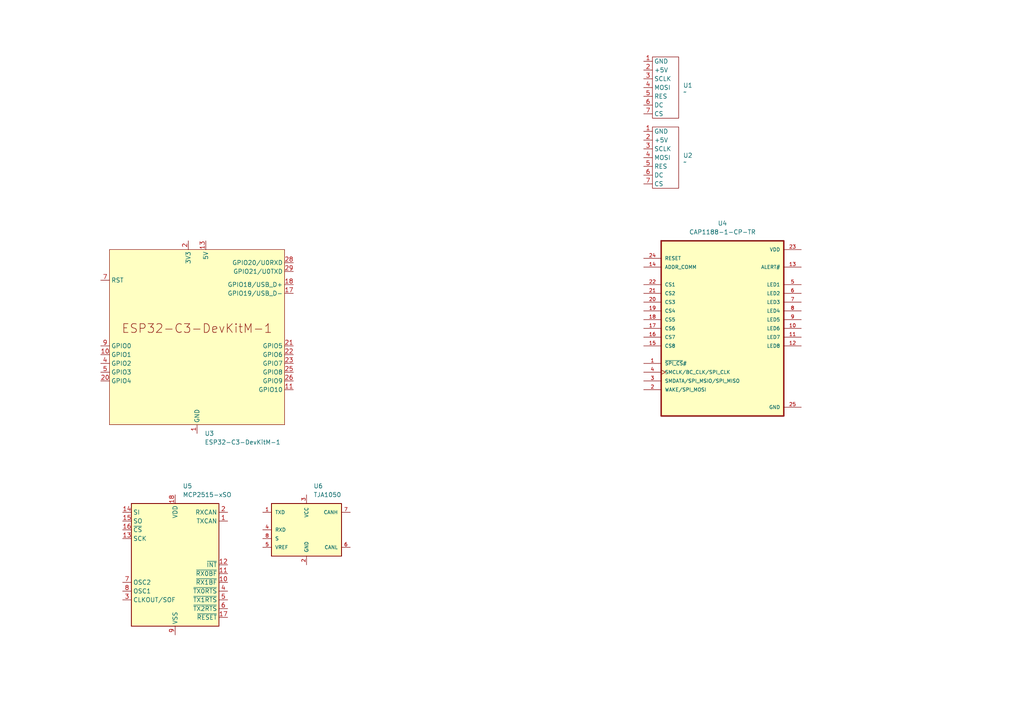
<source format=kicad_sch>
(kicad_sch (version 20231120) (generator "eeschema") (generator_version "8.0")
  (paper "A4")
  (lib_symbols
    (symbol "CAP1188:CAP1188-1-CP-TR" (pin_names (offset 1.016))
      (property "Reference" "U" (at -17.8046 26.422 0))
      (property "Value" "CAP1188-1-CP-TR" (at -17.866 -29.4938 0))
      (symbol "CAP1188-1-CP-TR_0_0"
        (rectangle (start -17.78 -25.4) (end 17.78 25.4) (stroke (width 0.41)) (fill (type background)))
        (pin input line (at -22.86 -10.16 0) (length 5.08) (name "~{SPI_CS}#") (number "1"))
        (pin output line (at 22.86 0 180) (length 5.08) (name "LED6") (number "10"))
        (pin output line (at 22.86 -2.54 180) (length 5.08) (name "LED7") (number "11"))
        (pin output line (at 22.86 -5.08 180) (length 5.08) (name "LED8") (number "12"))
        (pin output line (at 22.86 17.78 180) (length 5.08) (name "ALERT#") (number "13"))
        (pin input line (at -22.86 17.78 0) (length 5.08) (name "ADDR_COMM") (number "14"))
        (pin bidirectional line (at -22.86 -5.08 0) (length 5.08) (name "CS8") (number "15"))
        (pin bidirectional line (at -22.86 -2.54 0) (length 5.08) (name "CS7") (number "16"))
        (pin bidirectional line (at -22.86 0 0) (length 5.08) (name "CS6") (number "17"))
        (pin bidirectional line (at -22.86 2.54 0) (length 5.08) (name "CS5") (number "18"))
        (pin bidirectional line (at -22.86 5.08 0) (length 5.08) (name "CS4") (number "19"))
        (pin bidirectional line (at -22.86 -17.78 0) (length 5.08) (name "WAKE/SPI_MOSI") (number "2"))
        (pin bidirectional line (at -22.86 7.62 0) (length 5.08) (name "CS3") (number "20"))
        (pin bidirectional line (at -22.86 10.16 0) (length 5.08) (name "CS2") (number "21"))
        (pin bidirectional line (at -22.86 12.7 0) (length 5.08) (name "CS1") (number "22"))
        (pin power_in line (at 22.86 22.86 180) (length 5.08) (name "VDD") (number "23"))
        (pin input line (at -22.86 20.32 0) (length 5.08) (name "RESET") (number "24"))
        (pin power_in line (at 22.86 -22.86 180) (length 5.08) (name "GND") (number "25"))
        (pin bidirectional line (at -22.86 -15.24 0) (length 5.08) (name "SMDATA/SPI_MSIO/SPI_MISO") (number "3"))
        (pin input clock (at -22.86 -12.7 0) (length 5.08) (name "SMCLK/BC_CLK/SPI_CLK") (number "4"))
        (pin output line (at 22.86 12.7 180) (length 5.08) (name "LED1") (number "5"))
        (pin output line (at 22.86 10.16 180) (length 5.08) (name "LED2") (number "6"))
        (pin output line (at 22.86 7.62 180) (length 5.08) (name "LED3") (number "7"))
        (pin output line (at 22.86 5.08 180) (length 5.08) (name "LED4") (number "8"))
        (pin output line (at 22.86 2.54 180) (length 5.08) (name "LED5") (number "9"))
      )
    )
    (symbol "Interface_CAN_LIN:MCP2515-xSO"
      (property "Reference" "U" (at -10.16 19.685 0))
      (property "Value" "MCP2515-xSO" (at 19.05 20.32 0))
      (symbol "MCP2515-xSO_0_1"
        (rectangle (start -12.7 17.78) (end 12.7 -17.78) (stroke (width 0.254)) (fill (type background)))
      )
      (symbol "MCP2515-xSO_1_1"
        (pin output line (at 15.24 12.7 180) (length 2.54) (name "TXCAN") (number "1"))
        (pin output line (at 15.24 -5.08 180) (length 2.54) (name "~{RX1BF}") (number "10"))
        (pin output line (at 15.24 -2.54 180) (length 2.54) (name "~{RX0BF}") (number "11"))
        (pin output line (at 15.24 0 180) (length 2.54) (name "~{INT}") (number "12"))
        (pin input line (at -15.24 7.62 0) (length 2.54) (name "SCK") (number "13"))
        (pin input line (at -15.24 15.24 0) (length 2.54) (name "SI") (number "14"))
        (pin output line (at -15.24 12.7 0) (length 2.54) (name "SO") (number "15"))
        (pin input line (at -15.24 10.16 0) (length 2.54) (name "~{CS}") (number "16"))
        (pin input line (at 15.24 -15.24 180) (length 2.54) (name "~{RESET}") (number "17"))
        (pin power_in line (at 0 20.32 270) (length 2.54) (name "VDD") (number "18"))
        (pin input line (at 15.24 15.24 180) (length 2.54) (name "RXCAN") (number "2"))
        (pin output line (at -15.24 -10.16 0) (length 2.54) (name "CLKOUT/SOF") (number "3"))
        (pin input line (at 15.24 -7.62 180) (length 2.54) (name "~{TX0RTS}") (number "4"))
        (pin input line (at 15.24 -10.16 180) (length 2.54) (name "~{TX1RTS}") (number "5"))
        (pin input line (at 15.24 -12.7 180) (length 2.54) (name "~{TX2RTS}") (number "6"))
        (pin output line (at -15.24 -5.08 0) (length 2.54) (name "OSC2") (number "7"))
        (pin input line (at -15.24 -7.62 0) (length 2.54) (name "OSC1") (number "8"))
        (pin power_in line (at 0 -20.32 90) (length 2.54) (name "VSS") (number "9"))
      )
    )
    (symbol "PCM_Espressif:ESP32-C3-DevKitM-1"
      (property "Reference" "U" (at -25.4 30.48 0))
      (property "Value" "ESP32-C3-DevKitM-1" (at -25.4 27.94 0))
      (symbol "ESP32-C3-DevKitM-1_0_1"
        (rectangle (start -25.4 25.4) (end 25.4 -25.4) (fill (type background)))
      )
      (symbol "ESP32-C3-DevKitM-1_1_0"
        (text "ESP32-C3-DevKitM-1" (at 0 2.54 0) (effects (font (size 2.54 2.54))))
      )
      (symbol "ESP32-C3-DevKitM-1_1_1"
        (pin passive line (at 0 -27.94 90) (length 2.54) (name "GND") (number "1"))
        (pin bidirectional line (at -27.94 -5.08 0) (length 2.54) (name "GPIO1") (number "10"))
        (pin bidirectional line (at 27.94 -15.24 180) (length 2.54) (name "GPIO10") (number "11"))
        (pin passive line (at 0 -27.94 90) (length 2.54) hide (name "GND") (number "12"))
        (pin power_in line (at 2.54 27.94 270) (length 2.54) (name "5V") (number "13"))
        (pin power_in line (at 2.54 27.94 270) (length 2.54) hide (name "5V") (number "14"))
        (pin passive line (at 0 -27.94 90) (length 2.54) hide (name "GND") (number "15"))
        (pin passive line (at 0 -27.94 90) (length 2.54) hide (name "GND") (number "16"))
        (pin bidirectional line (at 27.94 12.7 180) (length 2.54) (name "GPIO19/USB_D-") (number "17"))
        (pin bidirectional line (at 27.94 15.24 180) (length 2.54) (name "GPIO18/USB_D+") (number "18"))
        (pin passive line (at 0 -27.94 90) (length 2.54) hide (name "GND") (number "19"))
        (pin power_in line (at -2.54 27.94 270) (length 2.54) (name "3V3") (number "2"))
        (pin bidirectional line (at -27.94 -12.7 0) (length 2.54) (name "GPIO4") (number "20"))
        (pin bidirectional line (at 27.94 -2.54 180) (length 2.54) (name "GPIO5") (number "21"))
        (pin bidirectional line (at 27.94 -5.08 180) (length 2.54) (name "GPIO6") (number "22"))
        (pin bidirectional line (at 27.94 -7.62 180) (length 2.54) (name "GPIO7") (number "23"))
        (pin passive line (at 0 -27.94 90) (length 2.54) hide (name "GND") (number "24"))
        (pin bidirectional line (at 27.94 -10.16 180) (length 2.54) (name "GPIO8") (number "25"))
        (pin bidirectional line (at 27.94 -12.7 180) (length 2.54) (name "GPIO9") (number "26"))
        (pin passive line (at 0 -27.94 90) (length 2.54) hide (name "GND") (number "27"))
        (pin bidirectional line (at 27.94 21.59 180) (length 2.54) (name "GPIO20/U0RXD") (number "28"))
        (pin bidirectional line (at 27.94 19.05 180) (length 2.54) (name "GPIO21/U0TXD") (number "29"))
        (pin power_in line (at -2.54 27.94 270) (length 2.54) hide (name "3V3") (number "3"))
        (pin passive line (at 0 -27.94 90) (length 2.54) hide (name "GND") (number "30"))
        (pin bidirectional line (at -27.94 -7.62 0) (length 2.54) (name "GPIO2") (number "4"))
        (pin bidirectional line (at -27.94 -10.16 0) (length 2.54) (name "GPIO3") (number "5"))
        (pin passive line (at 0 -27.94 90) (length 2.54) hide (name "GND") (number "6"))
        (pin output line (at -27.94 16.51 0) (length 2.54) (name "RST") (number "7"))
        (pin passive line (at 0 -27.94 90) (length 2.54) hide (name "GND") (number "8"))
        (pin bidirectional line (at -27.94 -2.54 0) (length 2.54) (name "GPIO0") (number "9"))
      )
    )
    (symbol "SH1122:GME25664_256x64"
      (property "Reference" "U" (at 0 0 0))
      (symbol "GME25664_256x64_0_1"
        (rectangle (start -1.27 -1.27) (end 6.35 -19.05))
      )
      (symbol "GME25664_256x64_1_1"
        (pin input line (at -3.81 -2.54 0) (length 2.54) (name "GND") (number "1"))
        (pin input line (at -3.81 -5.08 0) (length 2.54) (name "+5V") (number "2"))
        (pin input line (at -3.81 -7.62 0) (length 2.54) (name "SCLK") (number "3"))
        (pin input line (at -3.81 -10.16 0) (length 2.54) (name "MOSI") (number "4"))
        (pin input line (at -3.81 -12.7 0) (length 2.54) (name "RES") (number "5"))
        (pin input line (at -3.81 -15.24 0) (length 2.54) (name "DC") (number "6"))
        (pin input line (at -3.81 -17.78 0) (length 2.54) (name "CS") (number "7"))
      )
    )
    (symbol "TJA1050C:TJA1050" (pin_names (offset 1.016))
      (property "Reference" "U" (at -10.16 10.16 0))
      (property "Value" "TJA1050" (at -10.16 -10.16 0))
      (symbol "TJA1050_0_0"
        (rectangle (start -10.16 -7.62) (end 10.16 7.62) (stroke (width 0.254)) (fill (type background)))
        (pin output line (at -12.7 5.08 0) (length 2.54) (name "TXD") (number "1"))
        (pin bidirectional line (at 0 -10.16 90) (length 2.54) (name "GND") (number "2"))
        (pin bidirectional line (at 0 10.16 270) (length 2.54) (name "VCC") (number "3"))
        (pin bidirectional line (at -12.7 0 0) (length 2.54) (name "RXD") (number "4"))
        (pin passive line (at -12.7 -5.08 0) (length 2.54) (name "VREF") (number "5"))
        (pin bidirectional line (at 12.7 -5.08 180) (length 2.54) (name "CANL") (number "6"))
        (pin bidirectional line (at 12.7 5.08 180) (length 2.54) (name "CANH") (number "7"))
        (pin power_in line (at -12.7 -2.54 0) (length 2.54) (name "S") (number "8"))
      )
    )
  )
  (symbol (lib_id "SH1122:GME25664_256x64") (at 190.5 35.56 0) (unit 1)
    (property "Reference" "U2" (at 198.12 45.0849 0) (effects (justify left)))
    (property "Value" "~" (at 198.12 46.99 0) (effects (justify left)))
  )
  (symbol (lib_id "CAP1188:CAP1188-1-CP-TR") (at 209.55 95.25 0) (unit 1)
    (property "Reference" "U4" (at 209.55 64.77 0))
    (property "Value" "CAP1188-1-CP-TR" (at 209.55 67.31 0))
    (property "Footprint" "CAP1188-1-CP-TR:QFN50P400X400X90-25N" (effects (hide yes)))
    (property "MF" "Microchip" (effects (hide yes)))
    (property "Description_1" "\nEight Channel Capacitive Touch Sensor w/ 2 LED Drive24 VQFN 4x4x0.9mm T/R | Microchip Technology Inc. CAP1188-1-CP-TR\n" (effects (hide yes)))
    (property "PACKAGE" "QFN-24 Microchip" (effects (hide yes)))
    (property "Price" "None" (effects (hide yes)))
    (property "Package" "QFN-24 Microchip" (effects (hide yes)))
    (property "Check_prices" "https://www.snapeda.com/parts/CAP1188-1-CP-TR/Microchip/view-part/?ref=eda" (effects (hide yes)))
    (property "STANDARD" "IPC-7351B" (effects (hide yes)))
    (property "PARTREV" "02-09-15" (effects (hide yes)))
    (property "SnapEDA_Link" "https://www.snapeda.com/parts/CAP1188-1-CP-TR/Microchip/view-part/?ref=snap" (effects (hide yes)))
    (property "MP" "CAP1188-1-CP-TR" (effects (hide yes)))
    (property "PACKAGEID" "6898" (effects (hide yes)))
    (property "Purchase-URL" "https://www.snapeda.com/api/url_track_click_mouser/?unipart_id=545600&manufacturer=Microchip&part_name=CAP1188-1-CP-TR&search_term=None" (effects (hide yes)))
    (property "Availability" "In Stock" (effects (hide yes)))
    (property "MANUFACTURER" "Microchip" (effects (hide yes)))
  )
  (symbol (lib_id "PCM_Espressif:ESP32-C3-DevKitM-1") (at 57.15 97.79 0) (unit 1)
    (property "Reference" "U3" (at 59.3441 125.73 0) (effects (justify left)))
    (property "Value" "ESP32-C3-DevKitM-1" (at 59.3441 128.27 0) (effects (justify left)))
    (property "Footprint" "PCM_Espressif:ESP32-C3-DevKitM-1" (effects (hide yes)))
    (property "Datasheet" "https://www.espressif.com/sites/default/files/documentation/esp32-c3-mini-1_datasheet_en.pdf" (effects (hide yes)))
    (property "Description" "ESP32-C3-MINI-1 family is an ultra-low-power MCU-based SoC solution that supports 2.4 GHz Wi-Fi and Bluetooth®Low Energy (Bluetooth LE)." (effects (hide yes)))
  )
  (symbol (lib_id "TJA1050C:TJA1050") (at 88.9 153.67 0) (unit 1)
    (property "Reference" "U6" (at 90.9194 140.97 0) (effects (justify left)))
    (property "Value" "TJA1050" (at 90.9194 143.51 0) (effects (justify left)))
    (property "Footprint" "TJA1050:SOT96-1" (effects (hide yes)))
    (property "MF" "NXP Semiconductors" (effects (hide yes)))
    (property "Description_1" "\nCAN 1MBd Silent 5V Automotive 8-Pin SO T/R\n" (effects (hide yes)))
    (property "Package" "None" (effects (hide yes)))
    (property "Price" "None" (effects (hide yes)))
    (property "SnapEDA_Link" "https://www.snapeda.com/parts/TJA1050/NXP+Semiconductors/view-part/?ref=snap" (effects (hide yes)))
    (property "MP" "TJA1050" (effects (hide yes)))
    (property "Purchase-URL" "https://www.snapeda.com/api/url_track_click_mouser/?unipart_id=7694796&manufacturer=NXP Semiconductors&part_name=TJA1050&search_term=None" (effects (hide yes)))
    (property "Availability" "Not in stock" (effects (hide yes)))
    (property "Check_prices" "https://www.snapeda.com/parts/TJA1050/NXP+Semiconductors/view-part/?ref=eda" (effects (hide yes)))
  )
  (symbol (lib_id "Interface_CAN_LIN:MCP2515-xSO") (at 50.8 163.83 0) (unit 1)
    (property "Reference" "U5" (at 52.9941 140.97 0) (effects (justify left)))
    (property "Value" "MCP2515-xSO" (at 52.9941 143.51 0) (effects (justify left)))
    (property "Footprint" "Package_SO:SOIC-18W_7.5x11.6mm_P1.27mm" (effects (hide yes)))
    (property "Datasheet" "http://ww1.microchip.com/downloads/en/DeviceDoc/21801e.pdf" (effects (hide yes)))
    (property "Description" "Stand-Alone CAN Controller with SPI Interface, SOIC-18" (effects (hide yes)))
  )
  (symbol (lib_id "SH1122:GME25664_256x64") (at 190.5 15.24 0) (unit 1)
    (property "Reference" "U1" (at 198.12 24.7649 0) (effects (justify left)))
    (property "Value" "~" (at 198.12 26.67 0) (effects (justify left)))
  )
)
</source>
